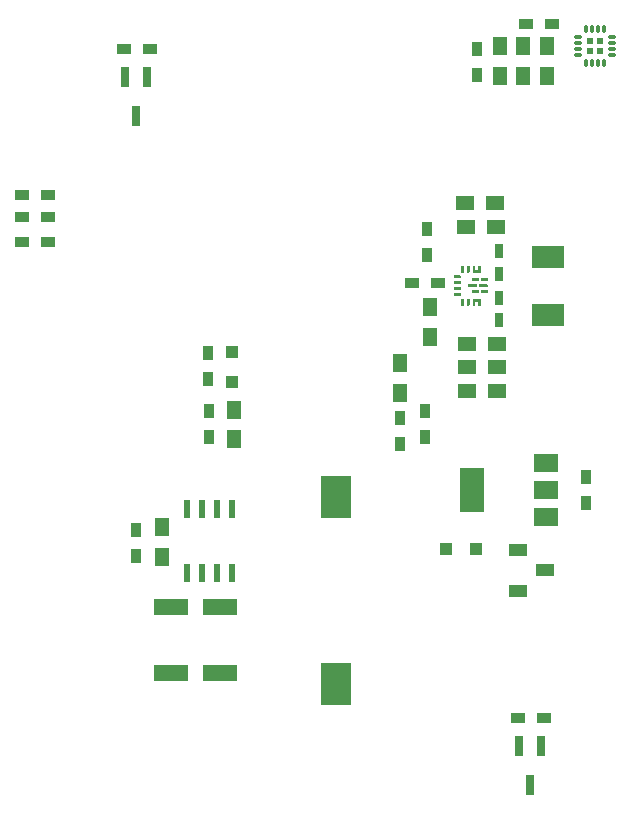
<source format=gbr>
G04 #@! TF.GenerationSoftware,KiCad,Pcbnew,5.0.0-rc2-unknown-03fa645~65~ubuntu16.04.1*
G04 #@! TF.CreationDate,2018-06-29T10:26:33+12:00*
G04 #@! TF.ProjectId,pi-hat,70692D6861742E6B696361645F706362,rev?*
G04 #@! TF.SameCoordinates,Original*
G04 #@! TF.FileFunction,Paste,Top*
G04 #@! TF.FilePolarity,Positive*
%FSLAX46Y46*%
G04 Gerber Fmt 4.6, Leading zero omitted, Abs format (unit mm)*
G04 Created by KiCad (PCBNEW 5.0.0-rc2-unknown-03fa645~65~ubuntu16.04.1) date Fri Jun 29 10:26:33 2018*
%MOMM*%
%LPD*%
G01*
G04 APERTURE LIST*
%ADD10R,1.600000X1.000000*%
%ADD11R,2.800000X1.900000*%
%ADD12C,0.100000*%
%ADD13C,0.250000*%
%ADD14R,2.600000X3.660000*%
%ADD15R,2.600000X3.540000*%
%ADD16R,2.850000X1.430000*%
%ADD17R,0.900000X1.200000*%
%ADD18R,1.250000X1.500000*%
%ADD19R,1.500000X1.250000*%
%ADD20R,0.750000X1.200000*%
%ADD21R,1.200000X0.900000*%
%ADD22R,1.000000X1.000000*%
%ADD23R,0.540000X0.540000*%
%ADD24O,0.300000X0.750000*%
%ADD25O,0.750000X0.300000*%
%ADD26R,2.000000X1.500000*%
%ADD27R,2.000000X3.800000*%
%ADD28R,0.600000X1.550000*%
%ADD29R,0.800000X1.800000*%
G04 APERTURE END LIST*
D10*
G04 #@! TO.C,SW1*
X146250000Y-156050000D03*
X148550000Y-154300000D03*
X146250000Y-152550000D03*
G04 #@! TD*
D11*
G04 #@! TO.C,L2*
X148835568Y-127729229D03*
X148835568Y-132629229D03*
G04 #@! TD*
D12*
G04 #@! TO.C,U7*
G36*
X143685469Y-130562469D02*
X143690323Y-130563189D01*
X143695082Y-130564381D01*
X143699702Y-130566034D01*
X143704138Y-130568132D01*
X143708347Y-130570655D01*
X143712288Y-130573577D01*
X143715923Y-130576873D01*
X143719219Y-130580508D01*
X143722141Y-130584449D01*
X143724664Y-130588658D01*
X143726762Y-130593094D01*
X143728415Y-130597714D01*
X143729607Y-130602473D01*
X143730327Y-130607327D01*
X143730568Y-130612228D01*
X143730568Y-130762228D01*
X143730327Y-130767129D01*
X143729607Y-130771983D01*
X143728415Y-130776742D01*
X143726762Y-130781362D01*
X143724664Y-130785798D01*
X143722141Y-130790007D01*
X143719219Y-130793948D01*
X143715923Y-130797583D01*
X143712288Y-130800879D01*
X143708347Y-130803801D01*
X143704138Y-130806324D01*
X143699702Y-130808422D01*
X143695082Y-130810075D01*
X143690323Y-130811267D01*
X143685469Y-130811987D01*
X143680568Y-130812228D01*
X143205568Y-130812228D01*
X143200667Y-130811987D01*
X143195813Y-130811267D01*
X143191054Y-130810075D01*
X143186434Y-130808422D01*
X143181998Y-130806324D01*
X143177789Y-130803801D01*
X143173848Y-130800879D01*
X143170213Y-130797583D01*
X143166917Y-130793948D01*
X143163995Y-130790007D01*
X143161472Y-130785798D01*
X143159374Y-130781362D01*
X143157721Y-130776742D01*
X143156529Y-130771983D01*
X143155809Y-130767129D01*
X143155568Y-130762228D01*
X143155568Y-130612228D01*
X143155809Y-130607327D01*
X143156529Y-130602473D01*
X143157721Y-130597714D01*
X143159374Y-130593094D01*
X143161472Y-130588658D01*
X143163995Y-130584449D01*
X143166917Y-130580508D01*
X143170213Y-130576873D01*
X143173848Y-130573577D01*
X143177789Y-130570655D01*
X143181998Y-130568132D01*
X143186434Y-130566034D01*
X143191054Y-130564381D01*
X143195813Y-130563189D01*
X143200667Y-130562469D01*
X143205568Y-130562228D01*
X143680568Y-130562228D01*
X143685469Y-130562469D01*
X143685469Y-130562469D01*
G37*
D13*
X143443068Y-130687228D03*
D12*
G36*
X142912469Y-130562469D02*
X142917323Y-130563189D01*
X142922082Y-130564381D01*
X142926702Y-130566034D01*
X142931138Y-130568132D01*
X142935347Y-130570655D01*
X142939288Y-130573577D01*
X142942923Y-130576873D01*
X142946219Y-130580508D01*
X142949141Y-130584449D01*
X142951664Y-130588658D01*
X142953762Y-130593094D01*
X142955415Y-130597714D01*
X142956607Y-130602473D01*
X142957327Y-130607327D01*
X142957568Y-130612228D01*
X142957568Y-130762228D01*
X142957327Y-130767129D01*
X142956607Y-130771983D01*
X142955415Y-130776742D01*
X142953762Y-130781362D01*
X142951664Y-130785798D01*
X142949141Y-130790007D01*
X142946219Y-130793948D01*
X142942923Y-130797583D01*
X142939288Y-130800879D01*
X142935347Y-130803801D01*
X142931138Y-130806324D01*
X142926702Y-130808422D01*
X142922082Y-130810075D01*
X142917323Y-130811267D01*
X142912469Y-130811987D01*
X142907568Y-130812228D01*
X142432568Y-130812228D01*
X142427667Y-130811987D01*
X142422813Y-130811267D01*
X142418054Y-130810075D01*
X142413434Y-130808422D01*
X142408998Y-130806324D01*
X142404789Y-130803801D01*
X142400848Y-130800879D01*
X142397213Y-130797583D01*
X142393917Y-130793948D01*
X142390995Y-130790007D01*
X142388472Y-130785798D01*
X142386374Y-130781362D01*
X142384721Y-130776742D01*
X142383529Y-130771983D01*
X142382809Y-130767129D01*
X142382568Y-130762228D01*
X142382568Y-130612228D01*
X142382809Y-130607327D01*
X142383529Y-130602473D01*
X142384721Y-130597714D01*
X142386374Y-130593094D01*
X142388472Y-130588658D01*
X142390995Y-130584449D01*
X142393917Y-130580508D01*
X142397213Y-130576873D01*
X142400848Y-130573577D01*
X142404789Y-130570655D01*
X142408998Y-130568132D01*
X142413434Y-130566034D01*
X142418054Y-130564381D01*
X142422813Y-130563189D01*
X142427667Y-130562469D01*
X142432568Y-130562228D01*
X142907568Y-130562228D01*
X142912469Y-130562469D01*
X142912469Y-130562469D01*
G37*
D13*
X142670068Y-130687228D03*
D12*
G36*
X142912469Y-129562469D02*
X142917323Y-129563189D01*
X142922082Y-129564381D01*
X142926702Y-129566034D01*
X142931138Y-129568132D01*
X142935347Y-129570655D01*
X142939288Y-129573577D01*
X142942923Y-129576873D01*
X142946219Y-129580508D01*
X142949141Y-129584449D01*
X142951664Y-129588658D01*
X142953762Y-129593094D01*
X142955415Y-129597714D01*
X142956607Y-129602473D01*
X142957327Y-129607327D01*
X142957568Y-129612228D01*
X142957568Y-129762228D01*
X142957327Y-129767129D01*
X142956607Y-129771983D01*
X142955415Y-129776742D01*
X142953762Y-129781362D01*
X142951664Y-129785798D01*
X142949141Y-129790007D01*
X142946219Y-129793948D01*
X142942923Y-129797583D01*
X142939288Y-129800879D01*
X142935347Y-129803801D01*
X142931138Y-129806324D01*
X142926702Y-129808422D01*
X142922082Y-129810075D01*
X142917323Y-129811267D01*
X142912469Y-129811987D01*
X142907568Y-129812228D01*
X142432568Y-129812228D01*
X142427667Y-129811987D01*
X142422813Y-129811267D01*
X142418054Y-129810075D01*
X142413434Y-129808422D01*
X142408998Y-129806324D01*
X142404789Y-129803801D01*
X142400848Y-129800879D01*
X142397213Y-129797583D01*
X142393917Y-129793948D01*
X142390995Y-129790007D01*
X142388472Y-129785798D01*
X142386374Y-129781362D01*
X142384721Y-129776742D01*
X142383529Y-129771983D01*
X142382809Y-129767129D01*
X142382568Y-129762228D01*
X142382568Y-129612228D01*
X142382809Y-129607327D01*
X142383529Y-129602473D01*
X142384721Y-129597714D01*
X142386374Y-129593094D01*
X142388472Y-129588658D01*
X142390995Y-129584449D01*
X142393917Y-129580508D01*
X142397213Y-129576873D01*
X142400848Y-129573577D01*
X142404789Y-129570655D01*
X142408998Y-129568132D01*
X142413434Y-129566034D01*
X142418054Y-129564381D01*
X142422813Y-129563189D01*
X142427667Y-129562469D01*
X142432568Y-129562228D01*
X142907568Y-129562228D01*
X142912469Y-129562469D01*
X142912469Y-129562469D01*
G37*
D13*
X142670068Y-129687228D03*
D12*
G36*
X143685469Y-129562469D02*
X143690323Y-129563189D01*
X143695082Y-129564381D01*
X143699702Y-129566034D01*
X143704138Y-129568132D01*
X143708347Y-129570655D01*
X143712288Y-129573577D01*
X143715923Y-129576873D01*
X143719219Y-129580508D01*
X143722141Y-129584449D01*
X143724664Y-129588658D01*
X143726762Y-129593094D01*
X143728415Y-129597714D01*
X143729607Y-129602473D01*
X143730327Y-129607327D01*
X143730568Y-129612228D01*
X143730568Y-129762228D01*
X143730327Y-129767129D01*
X143729607Y-129771983D01*
X143728415Y-129776742D01*
X143726762Y-129781362D01*
X143724664Y-129785798D01*
X143722141Y-129790007D01*
X143719219Y-129793948D01*
X143715923Y-129797583D01*
X143712288Y-129800879D01*
X143708347Y-129803801D01*
X143704138Y-129806324D01*
X143699702Y-129808422D01*
X143695082Y-129810075D01*
X143690323Y-129811267D01*
X143685469Y-129811987D01*
X143680568Y-129812228D01*
X143205568Y-129812228D01*
X143200667Y-129811987D01*
X143195813Y-129811267D01*
X143191054Y-129810075D01*
X143186434Y-129808422D01*
X143181998Y-129806324D01*
X143177789Y-129803801D01*
X143173848Y-129800879D01*
X143170213Y-129797583D01*
X143166917Y-129793948D01*
X143163995Y-129790007D01*
X143161472Y-129785798D01*
X143159374Y-129781362D01*
X143157721Y-129776742D01*
X143156529Y-129771983D01*
X143155809Y-129767129D01*
X143155568Y-129762228D01*
X143155568Y-129612228D01*
X143155809Y-129607327D01*
X143156529Y-129602473D01*
X143157721Y-129597714D01*
X143159374Y-129593094D01*
X143161472Y-129588658D01*
X143163995Y-129584449D01*
X143166917Y-129580508D01*
X143170213Y-129576873D01*
X143173848Y-129573577D01*
X143177789Y-129570655D01*
X143181998Y-129568132D01*
X143186434Y-129566034D01*
X143191054Y-129564381D01*
X143195813Y-129563189D01*
X143200667Y-129562469D01*
X143205568Y-129562228D01*
X143680568Y-129562228D01*
X143685469Y-129562469D01*
X143685469Y-129562469D01*
G37*
D13*
X143443068Y-129687228D03*
D12*
G36*
X143656969Y-130062469D02*
X143661823Y-130063189D01*
X143666582Y-130064381D01*
X143671202Y-130066034D01*
X143675638Y-130068132D01*
X143679847Y-130070655D01*
X143683788Y-130073577D01*
X143687423Y-130076873D01*
X143690719Y-130080508D01*
X143693641Y-130084449D01*
X143696164Y-130088658D01*
X143698262Y-130093094D01*
X143699915Y-130097714D01*
X143701107Y-130102473D01*
X143701827Y-130107327D01*
X143702068Y-130112228D01*
X143702068Y-130262228D01*
X143701827Y-130267129D01*
X143701107Y-130271983D01*
X143699915Y-130276742D01*
X143698262Y-130281362D01*
X143696164Y-130285798D01*
X143693641Y-130290007D01*
X143690719Y-130293948D01*
X143687423Y-130297583D01*
X143683788Y-130300879D01*
X143679847Y-130303801D01*
X143675638Y-130306324D01*
X143671202Y-130308422D01*
X143666582Y-130310075D01*
X143661823Y-130311267D01*
X143656969Y-130311987D01*
X143652068Y-130312228D01*
X143032068Y-130312228D01*
X143027167Y-130311987D01*
X143022313Y-130311267D01*
X143017554Y-130310075D01*
X143012934Y-130308422D01*
X143008498Y-130306324D01*
X143004289Y-130303801D01*
X143000348Y-130300879D01*
X142996713Y-130297583D01*
X142993417Y-130293948D01*
X142990495Y-130290007D01*
X142987972Y-130285798D01*
X142985874Y-130281362D01*
X142984221Y-130276742D01*
X142983029Y-130271983D01*
X142982309Y-130267129D01*
X142982068Y-130262228D01*
X142982068Y-130112228D01*
X142982309Y-130107327D01*
X142983029Y-130102473D01*
X142984221Y-130097714D01*
X142985874Y-130093094D01*
X142987972Y-130088658D01*
X142990495Y-130084449D01*
X142993417Y-130080508D01*
X142996713Y-130076873D01*
X143000348Y-130073577D01*
X143004289Y-130070655D01*
X143008498Y-130068132D01*
X143012934Y-130066034D01*
X143017554Y-130064381D01*
X143022313Y-130063189D01*
X143027167Y-130062469D01*
X143032068Y-130062228D01*
X143652068Y-130062228D01*
X143656969Y-130062469D01*
X143656969Y-130062469D01*
G37*
D13*
X143342068Y-130187228D03*
D12*
G36*
X142736969Y-130062469D02*
X142741823Y-130063189D01*
X142746582Y-130064381D01*
X142751202Y-130066034D01*
X142755638Y-130068132D01*
X142759847Y-130070655D01*
X142763788Y-130073577D01*
X142767423Y-130076873D01*
X142770719Y-130080508D01*
X142773641Y-130084449D01*
X142776164Y-130088658D01*
X142778262Y-130093094D01*
X142779915Y-130097714D01*
X142781107Y-130102473D01*
X142781827Y-130107327D01*
X142782068Y-130112228D01*
X142782068Y-130262228D01*
X142781827Y-130267129D01*
X142781107Y-130271983D01*
X142779915Y-130276742D01*
X142778262Y-130281362D01*
X142776164Y-130285798D01*
X142773641Y-130290007D01*
X142770719Y-130293948D01*
X142767423Y-130297583D01*
X142763788Y-130300879D01*
X142759847Y-130303801D01*
X142755638Y-130306324D01*
X142751202Y-130308422D01*
X142746582Y-130310075D01*
X142741823Y-130311267D01*
X142736969Y-130311987D01*
X142732068Y-130312228D01*
X142112068Y-130312228D01*
X142107167Y-130311987D01*
X142102313Y-130311267D01*
X142097554Y-130310075D01*
X142092934Y-130308422D01*
X142088498Y-130306324D01*
X142084289Y-130303801D01*
X142080348Y-130300879D01*
X142076713Y-130297583D01*
X142073417Y-130293948D01*
X142070495Y-130290007D01*
X142067972Y-130285798D01*
X142065874Y-130281362D01*
X142064221Y-130276742D01*
X142063029Y-130271983D01*
X142062309Y-130267129D01*
X142062068Y-130262228D01*
X142062068Y-130112228D01*
X142062309Y-130107327D01*
X142063029Y-130102473D01*
X142064221Y-130097714D01*
X142065874Y-130093094D01*
X142067972Y-130088658D01*
X142070495Y-130084449D01*
X142073417Y-130080508D01*
X142076713Y-130076873D01*
X142080348Y-130073577D01*
X142084289Y-130070655D01*
X142088498Y-130068132D01*
X142092934Y-130066034D01*
X142097554Y-130064381D01*
X142102313Y-130063189D01*
X142107167Y-130062469D01*
X142112068Y-130062228D01*
X142732068Y-130062228D01*
X142736969Y-130062469D01*
X142736969Y-130062469D01*
G37*
D13*
X142422068Y-130187228D03*
D12*
G36*
X142636969Y-128487469D02*
X142641823Y-128488189D01*
X142646582Y-128489381D01*
X142651202Y-128491034D01*
X142655638Y-128493132D01*
X142659847Y-128495655D01*
X142663788Y-128498577D01*
X142667423Y-128501873D01*
X142670719Y-128505508D01*
X142673641Y-128509449D01*
X142676164Y-128513658D01*
X142678262Y-128518094D01*
X142679915Y-128522714D01*
X142681107Y-128527473D01*
X142681827Y-128532327D01*
X142682068Y-128537228D01*
X142682068Y-129037228D01*
X142681827Y-129042129D01*
X142681107Y-129046983D01*
X142679915Y-129051742D01*
X142678262Y-129056362D01*
X142676164Y-129060798D01*
X142673641Y-129065007D01*
X142670719Y-129068948D01*
X142667423Y-129072583D01*
X142663788Y-129075879D01*
X142659847Y-129078801D01*
X142655638Y-129081324D01*
X142651202Y-129083422D01*
X142646582Y-129085075D01*
X142641823Y-129086267D01*
X142636969Y-129086987D01*
X142632068Y-129087228D01*
X142482068Y-129087228D01*
X142477167Y-129086987D01*
X142472313Y-129086267D01*
X142467554Y-129085075D01*
X142462934Y-129083422D01*
X142458498Y-129081324D01*
X142454289Y-129078801D01*
X142450348Y-129075879D01*
X142446713Y-129072583D01*
X142443417Y-129068948D01*
X142440495Y-129065007D01*
X142437972Y-129060798D01*
X142435874Y-129056362D01*
X142434221Y-129051742D01*
X142433029Y-129046983D01*
X142432309Y-129042129D01*
X142432068Y-129037228D01*
X142432068Y-128537228D01*
X142432309Y-128532327D01*
X142433029Y-128527473D01*
X142434221Y-128522714D01*
X142435874Y-128518094D01*
X142437972Y-128513658D01*
X142440495Y-128509449D01*
X142443417Y-128505508D01*
X142446713Y-128501873D01*
X142450348Y-128498577D01*
X142454289Y-128495655D01*
X142458498Y-128493132D01*
X142462934Y-128491034D01*
X142467554Y-128489381D01*
X142472313Y-128488189D01*
X142477167Y-128487469D01*
X142482068Y-128487228D01*
X142632068Y-128487228D01*
X142636969Y-128487469D01*
X142636969Y-128487469D01*
G37*
D13*
X142557068Y-128787228D03*
D12*
G36*
X143136969Y-128487469D02*
X143141823Y-128488189D01*
X143146582Y-128489381D01*
X143151202Y-128491034D01*
X143155638Y-128493132D01*
X143159847Y-128495655D01*
X143163788Y-128498577D01*
X143167423Y-128501873D01*
X143170719Y-128505508D01*
X143173641Y-128509449D01*
X143176164Y-128513658D01*
X143178262Y-128518094D01*
X143179915Y-128522714D01*
X143181107Y-128527473D01*
X143181827Y-128532327D01*
X143182068Y-128537228D01*
X143182068Y-129037228D01*
X143181827Y-129042129D01*
X143181107Y-129046983D01*
X143179915Y-129051742D01*
X143178262Y-129056362D01*
X143176164Y-129060798D01*
X143173641Y-129065007D01*
X143170719Y-129068948D01*
X143167423Y-129072583D01*
X143163788Y-129075879D01*
X143159847Y-129078801D01*
X143155638Y-129081324D01*
X143151202Y-129083422D01*
X143146582Y-129085075D01*
X143141823Y-129086267D01*
X143136969Y-129086987D01*
X143132068Y-129087228D01*
X142982068Y-129087228D01*
X142977167Y-129086987D01*
X142972313Y-129086267D01*
X142967554Y-129085075D01*
X142962934Y-129083422D01*
X142958498Y-129081324D01*
X142954289Y-129078801D01*
X142950348Y-129075879D01*
X142946713Y-129072583D01*
X142943417Y-129068948D01*
X142940495Y-129065007D01*
X142937972Y-129060798D01*
X142935874Y-129056362D01*
X142934221Y-129051742D01*
X142933029Y-129046983D01*
X142932309Y-129042129D01*
X142932068Y-129037228D01*
X142932068Y-128537228D01*
X142932309Y-128532327D01*
X142933029Y-128527473D01*
X142934221Y-128522714D01*
X142935874Y-128518094D01*
X142937972Y-128513658D01*
X142940495Y-128509449D01*
X142943417Y-128505508D01*
X142946713Y-128501873D01*
X142950348Y-128498577D01*
X142954289Y-128495655D01*
X142958498Y-128493132D01*
X142962934Y-128491034D01*
X142967554Y-128489381D01*
X142972313Y-128488189D01*
X142977167Y-128487469D01*
X142982068Y-128487228D01*
X143132068Y-128487228D01*
X143136969Y-128487469D01*
X143136969Y-128487469D01*
G37*
D13*
X143057068Y-128787228D03*
D12*
G36*
X143061969Y-128837469D02*
X143066823Y-128838189D01*
X143071582Y-128839381D01*
X143076202Y-128841034D01*
X143080638Y-128843132D01*
X143084847Y-128845655D01*
X143088788Y-128848577D01*
X143092423Y-128851873D01*
X143095719Y-128855508D01*
X143098641Y-128859449D01*
X143101164Y-128863658D01*
X143103262Y-128868094D01*
X143104915Y-128872714D01*
X143106107Y-128877473D01*
X143106827Y-128882327D01*
X143107068Y-128887228D01*
X143107068Y-129037228D01*
X143106827Y-129042129D01*
X143106107Y-129046983D01*
X143104915Y-129051742D01*
X143103262Y-129056362D01*
X143101164Y-129060798D01*
X143098641Y-129065007D01*
X143095719Y-129068948D01*
X143092423Y-129072583D01*
X143088788Y-129075879D01*
X143084847Y-129078801D01*
X143080638Y-129081324D01*
X143076202Y-129083422D01*
X143071582Y-129085075D01*
X143066823Y-129086267D01*
X143061969Y-129086987D01*
X143057068Y-129087228D01*
X142557068Y-129087228D01*
X142552167Y-129086987D01*
X142547313Y-129086267D01*
X142542554Y-129085075D01*
X142537934Y-129083422D01*
X142533498Y-129081324D01*
X142529289Y-129078801D01*
X142525348Y-129075879D01*
X142521713Y-129072583D01*
X142518417Y-129068948D01*
X142515495Y-129065007D01*
X142512972Y-129060798D01*
X142510874Y-129056362D01*
X142509221Y-129051742D01*
X142508029Y-129046983D01*
X142507309Y-129042129D01*
X142507068Y-129037228D01*
X142507068Y-128887228D01*
X142507309Y-128882327D01*
X142508029Y-128877473D01*
X142509221Y-128872714D01*
X142510874Y-128868094D01*
X142512972Y-128863658D01*
X142515495Y-128859449D01*
X142518417Y-128855508D01*
X142521713Y-128851873D01*
X142525348Y-128848577D01*
X142529289Y-128845655D01*
X142533498Y-128843132D01*
X142537934Y-128841034D01*
X142542554Y-128839381D01*
X142547313Y-128838189D01*
X142552167Y-128837469D01*
X142557068Y-128837228D01*
X143057068Y-128837228D01*
X143061969Y-128837469D01*
X143061969Y-128837469D01*
G37*
D13*
X142807068Y-128962228D03*
D12*
G36*
X143061969Y-131287469D02*
X143066823Y-131288189D01*
X143071582Y-131289381D01*
X143076202Y-131291034D01*
X143080638Y-131293132D01*
X143084847Y-131295655D01*
X143088788Y-131298577D01*
X143092423Y-131301873D01*
X143095719Y-131305508D01*
X143098641Y-131309449D01*
X143101164Y-131313658D01*
X143103262Y-131318094D01*
X143104915Y-131322714D01*
X143106107Y-131327473D01*
X143106827Y-131332327D01*
X143107068Y-131337228D01*
X143107068Y-131487228D01*
X143106827Y-131492129D01*
X143106107Y-131496983D01*
X143104915Y-131501742D01*
X143103262Y-131506362D01*
X143101164Y-131510798D01*
X143098641Y-131515007D01*
X143095719Y-131518948D01*
X143092423Y-131522583D01*
X143088788Y-131525879D01*
X143084847Y-131528801D01*
X143080638Y-131531324D01*
X143076202Y-131533422D01*
X143071582Y-131535075D01*
X143066823Y-131536267D01*
X143061969Y-131536987D01*
X143057068Y-131537228D01*
X142557068Y-131537228D01*
X142552167Y-131536987D01*
X142547313Y-131536267D01*
X142542554Y-131535075D01*
X142537934Y-131533422D01*
X142533498Y-131531324D01*
X142529289Y-131528801D01*
X142525348Y-131525879D01*
X142521713Y-131522583D01*
X142518417Y-131518948D01*
X142515495Y-131515007D01*
X142512972Y-131510798D01*
X142510874Y-131506362D01*
X142509221Y-131501742D01*
X142508029Y-131496983D01*
X142507309Y-131492129D01*
X142507068Y-131487228D01*
X142507068Y-131337228D01*
X142507309Y-131332327D01*
X142508029Y-131327473D01*
X142509221Y-131322714D01*
X142510874Y-131318094D01*
X142512972Y-131313658D01*
X142515495Y-131309449D01*
X142518417Y-131305508D01*
X142521713Y-131301873D01*
X142525348Y-131298577D01*
X142529289Y-131295655D01*
X142533498Y-131293132D01*
X142537934Y-131291034D01*
X142542554Y-131289381D01*
X142547313Y-131288189D01*
X142552167Y-131287469D01*
X142557068Y-131287228D01*
X143057068Y-131287228D01*
X143061969Y-131287469D01*
X143061969Y-131287469D01*
G37*
D13*
X142807068Y-131412228D03*
D12*
G36*
X141636969Y-128487469D02*
X141641823Y-128488189D01*
X141646582Y-128489381D01*
X141651202Y-128491034D01*
X141655638Y-128493132D01*
X141659847Y-128495655D01*
X141663788Y-128498577D01*
X141667423Y-128501873D01*
X141670719Y-128505508D01*
X141673641Y-128509449D01*
X141676164Y-128513658D01*
X141678262Y-128518094D01*
X141679915Y-128522714D01*
X141681107Y-128527473D01*
X141681827Y-128532327D01*
X141682068Y-128537228D01*
X141682068Y-129037228D01*
X141681827Y-129042129D01*
X141681107Y-129046983D01*
X141679915Y-129051742D01*
X141678262Y-129056362D01*
X141676164Y-129060798D01*
X141673641Y-129065007D01*
X141670719Y-129068948D01*
X141667423Y-129072583D01*
X141663788Y-129075879D01*
X141659847Y-129078801D01*
X141655638Y-129081324D01*
X141651202Y-129083422D01*
X141646582Y-129085075D01*
X141641823Y-129086267D01*
X141636969Y-129086987D01*
X141632068Y-129087228D01*
X141482068Y-129087228D01*
X141477167Y-129086987D01*
X141472313Y-129086267D01*
X141467554Y-129085075D01*
X141462934Y-129083422D01*
X141458498Y-129081324D01*
X141454289Y-129078801D01*
X141450348Y-129075879D01*
X141446713Y-129072583D01*
X141443417Y-129068948D01*
X141440495Y-129065007D01*
X141437972Y-129060798D01*
X141435874Y-129056362D01*
X141434221Y-129051742D01*
X141433029Y-129046983D01*
X141432309Y-129042129D01*
X141432068Y-129037228D01*
X141432068Y-128537228D01*
X141432309Y-128532327D01*
X141433029Y-128527473D01*
X141434221Y-128522714D01*
X141435874Y-128518094D01*
X141437972Y-128513658D01*
X141440495Y-128509449D01*
X141443417Y-128505508D01*
X141446713Y-128501873D01*
X141450348Y-128498577D01*
X141454289Y-128495655D01*
X141458498Y-128493132D01*
X141462934Y-128491034D01*
X141467554Y-128489381D01*
X141472313Y-128488189D01*
X141477167Y-128487469D01*
X141482068Y-128487228D01*
X141632068Y-128487228D01*
X141636969Y-128487469D01*
X141636969Y-128487469D01*
G37*
D13*
X141557068Y-128787228D03*
D12*
G36*
X142136969Y-128487469D02*
X142141823Y-128488189D01*
X142146582Y-128489381D01*
X142151202Y-128491034D01*
X142155638Y-128493132D01*
X142159847Y-128495655D01*
X142163788Y-128498577D01*
X142167423Y-128501873D01*
X142170719Y-128505508D01*
X142173641Y-128509449D01*
X142176164Y-128513658D01*
X142178262Y-128518094D01*
X142179915Y-128522714D01*
X142181107Y-128527473D01*
X142181827Y-128532327D01*
X142182068Y-128537228D01*
X142182068Y-129037228D01*
X142181827Y-129042129D01*
X142181107Y-129046983D01*
X142179915Y-129051742D01*
X142178262Y-129056362D01*
X142176164Y-129060798D01*
X142173641Y-129065007D01*
X142170719Y-129068948D01*
X142167423Y-129072583D01*
X142163788Y-129075879D01*
X142159847Y-129078801D01*
X142155638Y-129081324D01*
X142151202Y-129083422D01*
X142146582Y-129085075D01*
X142141823Y-129086267D01*
X142136969Y-129086987D01*
X142132068Y-129087228D01*
X141982068Y-129087228D01*
X141977167Y-129086987D01*
X141972313Y-129086267D01*
X141967554Y-129085075D01*
X141962934Y-129083422D01*
X141958498Y-129081324D01*
X141954289Y-129078801D01*
X141950348Y-129075879D01*
X141946713Y-129072583D01*
X141943417Y-129068948D01*
X141940495Y-129065007D01*
X141937972Y-129060798D01*
X141935874Y-129056362D01*
X141934221Y-129051742D01*
X141933029Y-129046983D01*
X141932309Y-129042129D01*
X141932068Y-129037228D01*
X141932068Y-128537228D01*
X141932309Y-128532327D01*
X141933029Y-128527473D01*
X141934221Y-128522714D01*
X141935874Y-128518094D01*
X141937972Y-128513658D01*
X141940495Y-128509449D01*
X141943417Y-128505508D01*
X141946713Y-128501873D01*
X141950348Y-128498577D01*
X141954289Y-128495655D01*
X141958498Y-128493132D01*
X141962934Y-128491034D01*
X141967554Y-128489381D01*
X141972313Y-128488189D01*
X141977167Y-128487469D01*
X141982068Y-128487228D01*
X142132068Y-128487228D01*
X142136969Y-128487469D01*
X142136969Y-128487469D01*
G37*
D13*
X142057068Y-128787228D03*
D12*
G36*
X143136969Y-131287469D02*
X143141823Y-131288189D01*
X143146582Y-131289381D01*
X143151202Y-131291034D01*
X143155638Y-131293132D01*
X143159847Y-131295655D01*
X143163788Y-131298577D01*
X143167423Y-131301873D01*
X143170719Y-131305508D01*
X143173641Y-131309449D01*
X143176164Y-131313658D01*
X143178262Y-131318094D01*
X143179915Y-131322714D01*
X143181107Y-131327473D01*
X143181827Y-131332327D01*
X143182068Y-131337228D01*
X143182068Y-131837228D01*
X143181827Y-131842129D01*
X143181107Y-131846983D01*
X143179915Y-131851742D01*
X143178262Y-131856362D01*
X143176164Y-131860798D01*
X143173641Y-131865007D01*
X143170719Y-131868948D01*
X143167423Y-131872583D01*
X143163788Y-131875879D01*
X143159847Y-131878801D01*
X143155638Y-131881324D01*
X143151202Y-131883422D01*
X143146582Y-131885075D01*
X143141823Y-131886267D01*
X143136969Y-131886987D01*
X143132068Y-131887228D01*
X142982068Y-131887228D01*
X142977167Y-131886987D01*
X142972313Y-131886267D01*
X142967554Y-131885075D01*
X142962934Y-131883422D01*
X142958498Y-131881324D01*
X142954289Y-131878801D01*
X142950348Y-131875879D01*
X142946713Y-131872583D01*
X142943417Y-131868948D01*
X142940495Y-131865007D01*
X142937972Y-131860798D01*
X142935874Y-131856362D01*
X142934221Y-131851742D01*
X142933029Y-131846983D01*
X142932309Y-131842129D01*
X142932068Y-131837228D01*
X142932068Y-131337228D01*
X142932309Y-131332327D01*
X142933029Y-131327473D01*
X142934221Y-131322714D01*
X142935874Y-131318094D01*
X142937972Y-131313658D01*
X142940495Y-131309449D01*
X142943417Y-131305508D01*
X142946713Y-131301873D01*
X142950348Y-131298577D01*
X142954289Y-131295655D01*
X142958498Y-131293132D01*
X142962934Y-131291034D01*
X142967554Y-131289381D01*
X142972313Y-131288189D01*
X142977167Y-131287469D01*
X142982068Y-131287228D01*
X143132068Y-131287228D01*
X143136969Y-131287469D01*
X143136969Y-131287469D01*
G37*
D13*
X143057068Y-131587228D03*
D12*
G36*
X142636969Y-131287469D02*
X142641823Y-131288189D01*
X142646582Y-131289381D01*
X142651202Y-131291034D01*
X142655638Y-131293132D01*
X142659847Y-131295655D01*
X142663788Y-131298577D01*
X142667423Y-131301873D01*
X142670719Y-131305508D01*
X142673641Y-131309449D01*
X142676164Y-131313658D01*
X142678262Y-131318094D01*
X142679915Y-131322714D01*
X142681107Y-131327473D01*
X142681827Y-131332327D01*
X142682068Y-131337228D01*
X142682068Y-131837228D01*
X142681827Y-131842129D01*
X142681107Y-131846983D01*
X142679915Y-131851742D01*
X142678262Y-131856362D01*
X142676164Y-131860798D01*
X142673641Y-131865007D01*
X142670719Y-131868948D01*
X142667423Y-131872583D01*
X142663788Y-131875879D01*
X142659847Y-131878801D01*
X142655638Y-131881324D01*
X142651202Y-131883422D01*
X142646582Y-131885075D01*
X142641823Y-131886267D01*
X142636969Y-131886987D01*
X142632068Y-131887228D01*
X142482068Y-131887228D01*
X142477167Y-131886987D01*
X142472313Y-131886267D01*
X142467554Y-131885075D01*
X142462934Y-131883422D01*
X142458498Y-131881324D01*
X142454289Y-131878801D01*
X142450348Y-131875879D01*
X142446713Y-131872583D01*
X142443417Y-131868948D01*
X142440495Y-131865007D01*
X142437972Y-131860798D01*
X142435874Y-131856362D01*
X142434221Y-131851742D01*
X142433029Y-131846983D01*
X142432309Y-131842129D01*
X142432068Y-131837228D01*
X142432068Y-131337228D01*
X142432309Y-131332327D01*
X142433029Y-131327473D01*
X142434221Y-131322714D01*
X142435874Y-131318094D01*
X142437972Y-131313658D01*
X142440495Y-131309449D01*
X142443417Y-131305508D01*
X142446713Y-131301873D01*
X142450348Y-131298577D01*
X142454289Y-131295655D01*
X142458498Y-131293132D01*
X142462934Y-131291034D01*
X142467554Y-131289381D01*
X142472313Y-131288189D01*
X142477167Y-131287469D01*
X142482068Y-131287228D01*
X142632068Y-131287228D01*
X142636969Y-131287469D01*
X142636969Y-131287469D01*
G37*
D13*
X142557068Y-131587228D03*
D12*
G36*
X142136969Y-131287469D02*
X142141823Y-131288189D01*
X142146582Y-131289381D01*
X142151202Y-131291034D01*
X142155638Y-131293132D01*
X142159847Y-131295655D01*
X142163788Y-131298577D01*
X142167423Y-131301873D01*
X142170719Y-131305508D01*
X142173641Y-131309449D01*
X142176164Y-131313658D01*
X142178262Y-131318094D01*
X142179915Y-131322714D01*
X142181107Y-131327473D01*
X142181827Y-131332327D01*
X142182068Y-131337228D01*
X142182068Y-131837228D01*
X142181827Y-131842129D01*
X142181107Y-131846983D01*
X142179915Y-131851742D01*
X142178262Y-131856362D01*
X142176164Y-131860798D01*
X142173641Y-131865007D01*
X142170719Y-131868948D01*
X142167423Y-131872583D01*
X142163788Y-131875879D01*
X142159847Y-131878801D01*
X142155638Y-131881324D01*
X142151202Y-131883422D01*
X142146582Y-131885075D01*
X142141823Y-131886267D01*
X142136969Y-131886987D01*
X142132068Y-131887228D01*
X141982068Y-131887228D01*
X141977167Y-131886987D01*
X141972313Y-131886267D01*
X141967554Y-131885075D01*
X141962934Y-131883422D01*
X141958498Y-131881324D01*
X141954289Y-131878801D01*
X141950348Y-131875879D01*
X141946713Y-131872583D01*
X141943417Y-131868948D01*
X141940495Y-131865007D01*
X141937972Y-131860798D01*
X141935874Y-131856362D01*
X141934221Y-131851742D01*
X141933029Y-131846983D01*
X141932309Y-131842129D01*
X141932068Y-131837228D01*
X141932068Y-131337228D01*
X141932309Y-131332327D01*
X141933029Y-131327473D01*
X141934221Y-131322714D01*
X141935874Y-131318094D01*
X141937972Y-131313658D01*
X141940495Y-131309449D01*
X141943417Y-131305508D01*
X141946713Y-131301873D01*
X141950348Y-131298577D01*
X141954289Y-131295655D01*
X141958498Y-131293132D01*
X141962934Y-131291034D01*
X141967554Y-131289381D01*
X141972313Y-131288189D01*
X141977167Y-131287469D01*
X141982068Y-131287228D01*
X142132068Y-131287228D01*
X142136969Y-131287469D01*
X142136969Y-131287469D01*
G37*
D13*
X142057068Y-131587228D03*
D12*
G36*
X141636969Y-131287469D02*
X141641823Y-131288189D01*
X141646582Y-131289381D01*
X141651202Y-131291034D01*
X141655638Y-131293132D01*
X141659847Y-131295655D01*
X141663788Y-131298577D01*
X141667423Y-131301873D01*
X141670719Y-131305508D01*
X141673641Y-131309449D01*
X141676164Y-131313658D01*
X141678262Y-131318094D01*
X141679915Y-131322714D01*
X141681107Y-131327473D01*
X141681827Y-131332327D01*
X141682068Y-131337228D01*
X141682068Y-131837228D01*
X141681827Y-131842129D01*
X141681107Y-131846983D01*
X141679915Y-131851742D01*
X141678262Y-131856362D01*
X141676164Y-131860798D01*
X141673641Y-131865007D01*
X141670719Y-131868948D01*
X141667423Y-131872583D01*
X141663788Y-131875879D01*
X141659847Y-131878801D01*
X141655638Y-131881324D01*
X141651202Y-131883422D01*
X141646582Y-131885075D01*
X141641823Y-131886267D01*
X141636969Y-131886987D01*
X141632068Y-131887228D01*
X141482068Y-131887228D01*
X141477167Y-131886987D01*
X141472313Y-131886267D01*
X141467554Y-131885075D01*
X141462934Y-131883422D01*
X141458498Y-131881324D01*
X141454289Y-131878801D01*
X141450348Y-131875879D01*
X141446713Y-131872583D01*
X141443417Y-131868948D01*
X141440495Y-131865007D01*
X141437972Y-131860798D01*
X141435874Y-131856362D01*
X141434221Y-131851742D01*
X141433029Y-131846983D01*
X141432309Y-131842129D01*
X141432068Y-131837228D01*
X141432068Y-131337228D01*
X141432309Y-131332327D01*
X141433029Y-131327473D01*
X141434221Y-131322714D01*
X141435874Y-131318094D01*
X141437972Y-131313658D01*
X141440495Y-131309449D01*
X141443417Y-131305508D01*
X141446713Y-131301873D01*
X141450348Y-131298577D01*
X141454289Y-131295655D01*
X141458498Y-131293132D01*
X141462934Y-131291034D01*
X141467554Y-131289381D01*
X141472313Y-131288189D01*
X141477167Y-131287469D01*
X141482068Y-131287228D01*
X141632068Y-131287228D01*
X141636969Y-131287469D01*
X141636969Y-131287469D01*
G37*
D13*
X141557068Y-131587228D03*
D12*
G36*
X141386969Y-130812469D02*
X141391823Y-130813189D01*
X141396582Y-130814381D01*
X141401202Y-130816034D01*
X141405638Y-130818132D01*
X141409847Y-130820655D01*
X141413788Y-130823577D01*
X141417423Y-130826873D01*
X141420719Y-130830508D01*
X141423641Y-130834449D01*
X141426164Y-130838658D01*
X141428262Y-130843094D01*
X141429915Y-130847714D01*
X141431107Y-130852473D01*
X141431827Y-130857327D01*
X141432068Y-130862228D01*
X141432068Y-131012228D01*
X141431827Y-131017129D01*
X141431107Y-131021983D01*
X141429915Y-131026742D01*
X141428262Y-131031362D01*
X141426164Y-131035798D01*
X141423641Y-131040007D01*
X141420719Y-131043948D01*
X141417423Y-131047583D01*
X141413788Y-131050879D01*
X141409847Y-131053801D01*
X141405638Y-131056324D01*
X141401202Y-131058422D01*
X141396582Y-131060075D01*
X141391823Y-131061267D01*
X141386969Y-131061987D01*
X141382068Y-131062228D01*
X140882068Y-131062228D01*
X140877167Y-131061987D01*
X140872313Y-131061267D01*
X140867554Y-131060075D01*
X140862934Y-131058422D01*
X140858498Y-131056324D01*
X140854289Y-131053801D01*
X140850348Y-131050879D01*
X140846713Y-131047583D01*
X140843417Y-131043948D01*
X140840495Y-131040007D01*
X140837972Y-131035798D01*
X140835874Y-131031362D01*
X140834221Y-131026742D01*
X140833029Y-131021983D01*
X140832309Y-131017129D01*
X140832068Y-131012228D01*
X140832068Y-130862228D01*
X140832309Y-130857327D01*
X140833029Y-130852473D01*
X140834221Y-130847714D01*
X140835874Y-130843094D01*
X140837972Y-130838658D01*
X140840495Y-130834449D01*
X140843417Y-130830508D01*
X140846713Y-130826873D01*
X140850348Y-130823577D01*
X140854289Y-130820655D01*
X140858498Y-130818132D01*
X140862934Y-130816034D01*
X140867554Y-130814381D01*
X140872313Y-130813189D01*
X140877167Y-130812469D01*
X140882068Y-130812228D01*
X141382068Y-130812228D01*
X141386969Y-130812469D01*
X141386969Y-130812469D01*
G37*
D13*
X141132068Y-130937228D03*
D12*
G36*
X141386969Y-130312469D02*
X141391823Y-130313189D01*
X141396582Y-130314381D01*
X141401202Y-130316034D01*
X141405638Y-130318132D01*
X141409847Y-130320655D01*
X141413788Y-130323577D01*
X141417423Y-130326873D01*
X141420719Y-130330508D01*
X141423641Y-130334449D01*
X141426164Y-130338658D01*
X141428262Y-130343094D01*
X141429915Y-130347714D01*
X141431107Y-130352473D01*
X141431827Y-130357327D01*
X141432068Y-130362228D01*
X141432068Y-130512228D01*
X141431827Y-130517129D01*
X141431107Y-130521983D01*
X141429915Y-130526742D01*
X141428262Y-130531362D01*
X141426164Y-130535798D01*
X141423641Y-130540007D01*
X141420719Y-130543948D01*
X141417423Y-130547583D01*
X141413788Y-130550879D01*
X141409847Y-130553801D01*
X141405638Y-130556324D01*
X141401202Y-130558422D01*
X141396582Y-130560075D01*
X141391823Y-130561267D01*
X141386969Y-130561987D01*
X141382068Y-130562228D01*
X140882068Y-130562228D01*
X140877167Y-130561987D01*
X140872313Y-130561267D01*
X140867554Y-130560075D01*
X140862934Y-130558422D01*
X140858498Y-130556324D01*
X140854289Y-130553801D01*
X140850348Y-130550879D01*
X140846713Y-130547583D01*
X140843417Y-130543948D01*
X140840495Y-130540007D01*
X140837972Y-130535798D01*
X140835874Y-130531362D01*
X140834221Y-130526742D01*
X140833029Y-130521983D01*
X140832309Y-130517129D01*
X140832068Y-130512228D01*
X140832068Y-130362228D01*
X140832309Y-130357327D01*
X140833029Y-130352473D01*
X140834221Y-130347714D01*
X140835874Y-130343094D01*
X140837972Y-130338658D01*
X140840495Y-130334449D01*
X140843417Y-130330508D01*
X140846713Y-130326873D01*
X140850348Y-130323577D01*
X140854289Y-130320655D01*
X140858498Y-130318132D01*
X140862934Y-130316034D01*
X140867554Y-130314381D01*
X140872313Y-130313189D01*
X140877167Y-130312469D01*
X140882068Y-130312228D01*
X141382068Y-130312228D01*
X141386969Y-130312469D01*
X141386969Y-130312469D01*
G37*
D13*
X141132068Y-130437228D03*
D12*
G36*
X141386969Y-129812469D02*
X141391823Y-129813189D01*
X141396582Y-129814381D01*
X141401202Y-129816034D01*
X141405638Y-129818132D01*
X141409847Y-129820655D01*
X141413788Y-129823577D01*
X141417423Y-129826873D01*
X141420719Y-129830508D01*
X141423641Y-129834449D01*
X141426164Y-129838658D01*
X141428262Y-129843094D01*
X141429915Y-129847714D01*
X141431107Y-129852473D01*
X141431827Y-129857327D01*
X141432068Y-129862228D01*
X141432068Y-130012228D01*
X141431827Y-130017129D01*
X141431107Y-130021983D01*
X141429915Y-130026742D01*
X141428262Y-130031362D01*
X141426164Y-130035798D01*
X141423641Y-130040007D01*
X141420719Y-130043948D01*
X141417423Y-130047583D01*
X141413788Y-130050879D01*
X141409847Y-130053801D01*
X141405638Y-130056324D01*
X141401202Y-130058422D01*
X141396582Y-130060075D01*
X141391823Y-130061267D01*
X141386969Y-130061987D01*
X141382068Y-130062228D01*
X140882068Y-130062228D01*
X140877167Y-130061987D01*
X140872313Y-130061267D01*
X140867554Y-130060075D01*
X140862934Y-130058422D01*
X140858498Y-130056324D01*
X140854289Y-130053801D01*
X140850348Y-130050879D01*
X140846713Y-130047583D01*
X140843417Y-130043948D01*
X140840495Y-130040007D01*
X140837972Y-130035798D01*
X140835874Y-130031362D01*
X140834221Y-130026742D01*
X140833029Y-130021983D01*
X140832309Y-130017129D01*
X140832068Y-130012228D01*
X140832068Y-129862228D01*
X140832309Y-129857327D01*
X140833029Y-129852473D01*
X140834221Y-129847714D01*
X140835874Y-129843094D01*
X140837972Y-129838658D01*
X140840495Y-129834449D01*
X140843417Y-129830508D01*
X140846713Y-129826873D01*
X140850348Y-129823577D01*
X140854289Y-129820655D01*
X140858498Y-129818132D01*
X140862934Y-129816034D01*
X140867554Y-129814381D01*
X140872313Y-129813189D01*
X140877167Y-129812469D01*
X140882068Y-129812228D01*
X141382068Y-129812228D01*
X141386969Y-129812469D01*
X141386969Y-129812469D01*
G37*
D13*
X141132068Y-129937228D03*
D12*
G36*
X141386969Y-129312469D02*
X141391823Y-129313189D01*
X141396582Y-129314381D01*
X141401202Y-129316034D01*
X141405638Y-129318132D01*
X141409847Y-129320655D01*
X141413788Y-129323577D01*
X141417423Y-129326873D01*
X141420719Y-129330508D01*
X141423641Y-129334449D01*
X141426164Y-129338658D01*
X141428262Y-129343094D01*
X141429915Y-129347714D01*
X141431107Y-129352473D01*
X141431827Y-129357327D01*
X141432068Y-129362228D01*
X141432068Y-129512228D01*
X141431827Y-129517129D01*
X141431107Y-129521983D01*
X141429915Y-129526742D01*
X141428262Y-129531362D01*
X141426164Y-129535798D01*
X141423641Y-129540007D01*
X141420719Y-129543948D01*
X141417423Y-129547583D01*
X141413788Y-129550879D01*
X141409847Y-129553801D01*
X141405638Y-129556324D01*
X141401202Y-129558422D01*
X141396582Y-129560075D01*
X141391823Y-129561267D01*
X141386969Y-129561987D01*
X141382068Y-129562228D01*
X140882068Y-129562228D01*
X140877167Y-129561987D01*
X140872313Y-129561267D01*
X140867554Y-129560075D01*
X140862934Y-129558422D01*
X140858498Y-129556324D01*
X140854289Y-129553801D01*
X140850348Y-129550879D01*
X140846713Y-129547583D01*
X140843417Y-129543948D01*
X140840495Y-129540007D01*
X140837972Y-129535798D01*
X140835874Y-129531362D01*
X140834221Y-129526742D01*
X140833029Y-129521983D01*
X140832309Y-129517129D01*
X140832068Y-129512228D01*
X140832068Y-129362228D01*
X140832309Y-129357327D01*
X140833029Y-129352473D01*
X140834221Y-129347714D01*
X140835874Y-129343094D01*
X140837972Y-129338658D01*
X140840495Y-129334449D01*
X140843417Y-129330508D01*
X140846713Y-129326873D01*
X140850348Y-129323577D01*
X140854289Y-129320655D01*
X140858498Y-129318132D01*
X140862934Y-129316034D01*
X140867554Y-129314381D01*
X140872313Y-129313189D01*
X140877167Y-129312469D01*
X140882068Y-129312228D01*
X141382068Y-129312228D01*
X141386969Y-129312469D01*
X141386969Y-129312469D01*
G37*
D13*
X141132068Y-129437228D03*
G04 #@! TD*
D14*
G04 #@! TO.C,BT2*
X130900000Y-163870000D03*
D15*
X130900000Y-148070000D03*
G04 #@! TD*
D16*
G04 #@! TO.C,Y2*
X121050000Y-157370000D03*
X121050000Y-163000000D03*
X116900000Y-163000000D03*
X116900000Y-157370000D03*
G04 #@! TD*
D17*
G04 #@! TO.C,R16*
X113950000Y-150849999D03*
X113950000Y-153049999D03*
G04 #@! TD*
D18*
G04 #@! TO.C,C1*
X122200000Y-143200000D03*
X122200000Y-140700000D03*
G04 #@! TD*
D19*
G04 #@! TO.C,C13*
X144477568Y-137103228D03*
X141977568Y-137103228D03*
G04 #@! TD*
G04 #@! TO.C,C14*
X144477569Y-135134728D03*
X141977569Y-135134728D03*
G04 #@! TD*
G04 #@! TO.C,C15*
X144477569Y-139071728D03*
X141977569Y-139071728D03*
G04 #@! TD*
D18*
G04 #@! TO.C,C16*
X138800000Y-134500000D03*
X138800000Y-132000000D03*
G04 #@! TD*
D20*
G04 #@! TO.C,C17*
X144644568Y-131197728D03*
X144644568Y-133097728D03*
G04 #@! TD*
G04 #@! TO.C,C18*
X144644569Y-129160728D03*
X144644569Y-127260728D03*
G04 #@! TD*
D19*
G04 #@! TO.C,C19*
X144414068Y-125228729D03*
X141914068Y-125228729D03*
G04 #@! TD*
G04 #@! TO.C,C20*
X144300000Y-123200000D03*
X141800000Y-123200000D03*
G04 #@! TD*
D21*
G04 #@! TO.C,D1*
X104300000Y-126500000D03*
X106500000Y-126500000D03*
G04 #@! TD*
D17*
G04 #@! TO.C,D2*
X136300000Y-141400000D03*
X136300000Y-143600000D03*
G04 #@! TD*
D22*
G04 #@! TO.C,D3*
X122100000Y-138300000D03*
X122100000Y-135800000D03*
G04 #@! TD*
G04 #@! TO.C,D4*
X140200000Y-152500000D03*
X142700000Y-152500000D03*
G04 #@! TD*
D17*
G04 #@! TO.C,R1*
X120000000Y-138100000D03*
X120000000Y-135900000D03*
G04 #@! TD*
D21*
G04 #@! TO.C,R2*
X104300000Y-122500000D03*
X106500000Y-122500000D03*
G04 #@! TD*
G04 #@! TO.C,R3*
X104300000Y-124400000D03*
X106500000Y-124400000D03*
G04 #@! TD*
D17*
G04 #@! TO.C,R4*
X120100000Y-143000000D03*
X120100000Y-140800000D03*
G04 #@! TD*
G04 #@! TO.C,R6*
X138400000Y-140800001D03*
X138400000Y-143000001D03*
G04 #@! TD*
D21*
G04 #@! TO.C,R7*
X147000000Y-108050000D03*
X149200000Y-108050000D03*
G04 #@! TD*
G04 #@! TO.C,R8*
X112942500Y-110150000D03*
X115142500Y-110150000D03*
G04 #@! TD*
D17*
G04 #@! TO.C,R9*
X152000000Y-146400000D03*
X152000000Y-148600000D03*
G04 #@! TD*
G04 #@! TO.C,R12*
X142800000Y-112350000D03*
X142800000Y-110150000D03*
G04 #@! TD*
D21*
G04 #@! TO.C,R15*
X146300000Y-166800000D03*
X148500000Y-166800000D03*
G04 #@! TD*
G04 #@! TO.C,R17*
X139500000Y-130000000D03*
X137300000Y-130000000D03*
G04 #@! TD*
D17*
G04 #@! TO.C,R18*
X138600000Y-127600000D03*
X138600000Y-125400000D03*
G04 #@! TD*
D23*
G04 #@! TO.C,U2*
X152350000Y-109450000D03*
X152350000Y-110350000D03*
X153250000Y-109450000D03*
X153250000Y-110350000D03*
D24*
X152050000Y-108425000D03*
X152550000Y-108425000D03*
X153050000Y-108425000D03*
X153550000Y-108425000D03*
D25*
X154275000Y-109150000D03*
X154275000Y-109650000D03*
X154275000Y-110150000D03*
X154275000Y-110650000D03*
D24*
X153550000Y-111375000D03*
X153050000Y-111375000D03*
X152550000Y-111375000D03*
X152050000Y-111375000D03*
D25*
X151325000Y-110650000D03*
X151325000Y-110150000D03*
X151325000Y-109650000D03*
X151325000Y-109150000D03*
G04 #@! TD*
D26*
G04 #@! TO.C,Q3*
X148650000Y-149800000D03*
X148650000Y-145200000D03*
X148650000Y-147500000D03*
D27*
X142350000Y-147500000D03*
G04 #@! TD*
D18*
G04 #@! TO.C,C12*
X116100000Y-153150000D03*
X116100000Y-150650000D03*
G04 #@! TD*
D28*
G04 #@! TO.C,U6*
X118290000Y-149100000D03*
X119560000Y-149100000D03*
X120830000Y-149100000D03*
X122100000Y-149100000D03*
X122100000Y-154500000D03*
X120830000Y-154500000D03*
X119560000Y-154500000D03*
X118290000Y-154500000D03*
G04 #@! TD*
D29*
G04 #@! TO.C,Q1*
X113950000Y-115800000D03*
X113000000Y-112500000D03*
X114900000Y-112500000D03*
G04 #@! TD*
G04 #@! TO.C,Q5*
X147282000Y-172458000D03*
X146332000Y-169158000D03*
X148232000Y-169158000D03*
G04 #@! TD*
D18*
G04 #@! TO.C,C2*
X136300000Y-136750000D03*
X136300000Y-139250000D03*
G04 #@! TD*
G04 #@! TO.C,C3*
X146700000Y-109899999D03*
X146700000Y-112399999D03*
G04 #@! TD*
G04 #@! TO.C,C4*
X144750000Y-112399999D03*
X144750000Y-109899999D03*
G04 #@! TD*
G04 #@! TO.C,C5*
X148750000Y-112400000D03*
X148750000Y-109900000D03*
G04 #@! TD*
M02*

</source>
